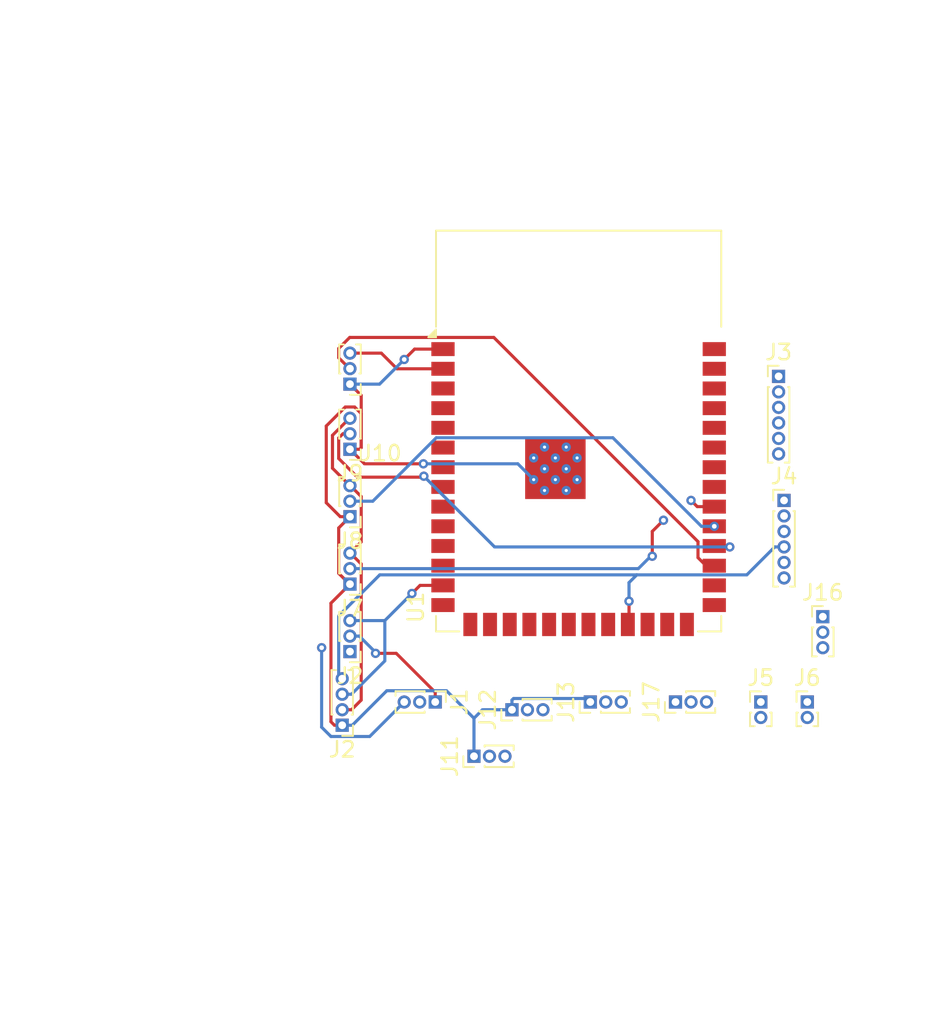
<source format=kicad_pcb>
(kicad_pcb (version 20241229) (generator "pcbnew") (generator_version "9.0")
  (layers (0 "F.Cu" signal) (2 "B.Cu" signal) (13 "F.Paste" user) (15 "B.Paste" user) (5 "F.SilkS" user "F.Silkscreen") (7 "B.SilkS" user "B.Silkscreen") (1 "F.Mask" user) (3 "B.Mask" user) (25 "Edge.Cuts" user))
  (net 0 "")
  (net 14 "Net-(J1-Pin_1)")
  (net 15 "Net-(J1-Pin_3)")
  (net 24 "Net-(J9-Pin_2)")
  (net 28 "Net-(J2-Pin_3)")
  (net 30 "Net-(J7-Pin_2)")
  (net 31 "Net-(J10-Pin_2)")
  (net 35 "Net-(J8-Pin_2)")
  (net 38 "Net-(J11-Pin_2)")
  (net 40 "Net-(J12-Pin_2)")
  (net 41 "Net-(J13-Pin_2)")
  (net 42 "Net-(J16-Pin_2)")
  (net 43 "Net-(J17-Pin_3)")
  (net 44 "Net-(J2-Pin_4)")
  (net 45 "Net-(J10-Pin_1)")
  (net 46 "Net-(J10-Pin_3)")
  (footprint "Connector_PinHeader_1.00mm:PinHeader_1x06_P1.00mm_Vertical" (layer "F.Cu") (at 144 85)
    (property "Reference" "J4" (at 0 -1.56 0) (layer "F.SilkS"))
    (property "Value" "Conn_01x06")
    (fp_line (start -0.695 -0.685) (end 0 -0.685) (stroke (width 0.12)) (layer "F.SilkS"))
    (fp_line (start -0.695 0) (end -0.695 -0.685) (stroke (width 0.12)) (layer "F.SilkS"))
    (fp_line (start -0.695 0.685) (end -0.695 5.56) (stroke (width 0.12)) (layer "F.SilkS"))
    (fp_line (start -0.695 0.685) (end -0.608276 0.685) (stroke (width 0.12)) (layer "F.SilkS"))
    (fp_line (start -0.695 5.56) (end -0.394493 5.56) (stroke (width 0.12)) (layer "F.SilkS"))
    (fp_line (start 0.394493 5.56) (end 0.695 5.56) (stroke (width 0.12)) (layer "F.SilkS"))
    (fp_line (start 0.608276 0.685) (end 0.695 0.685) (stroke (width 0.12)) (layer "F.SilkS"))
    (fp_line (start 0.695 0.685) (end 0.695 5.56) (stroke (width 0.12)) (layer "F.SilkS"))
    (pad "1" thru_hole rect (at 0 0) (size 0.85 0.85) (drill 0.5) (layers "*.Cu" "*.Mask"))
    (pad "2" thru_hole oval (at 0 1) (size 0.85 0.85) (drill 0.5) (layers "*.Cu" "*.Mask"))
    (pad "3" thru_hole oval (at 0 2) (size 0.85 0.85) (drill 0.5) (layers "*.Cu" "*.Mask") (net 28 "Net-(J2-Pin_3)"))
    (pad "4" thru_hole oval (at 0 3) (size 0.85 0.85) (drill 0.5) (layers "*.Cu" "*.Mask") (net 44 "Net-(J2-Pin_4)"))
    (pad "5" thru_hole oval (at 0 4) (size 0.85 0.85) (drill 0.5) (layers "*.Cu" "*.Mask") (net 46 "Net-(J10-Pin_3)"))
    (pad "6" thru_hole oval (at 0 5) (size 0.85 0.85) (drill 0.5) (layers "*.Cu" "*.Mask") (net 45 "Net-(J10-Pin_1)"))
  )
  (footprint "Connector_PinHeader_1.00mm:PinHeader_1x04_P1.00mm_Vertical" (layer "F.Cu") (at 115.5 99.5 180)
    (property "Reference" "J2" (at 0 -1.56 180) (layer "F.SilkS"))
    (property "Value" "Conn_01x04")
    (fp_line (start 0.695 0.685) (end 0.695 3.56) (stroke (width 0.12)) (layer "F.SilkS"))
    (fp_line (start 0.608276 0.685) (end 0.695 0.685) (stroke (width 0.12)) (layer "F.SilkS"))
    (fp_line (start 0.394493 3.56) (end 0.695 3.56) (stroke (width 0.12)) (layer "F.SilkS"))
    (fp_line (start -0.695 3.56) (end -0.394493 3.56) (stroke (width 0.12)) (layer "F.SilkS"))
    (fp_line (start -0.695 0.685) (end -0.608276 0.685) (stroke (width 0.12)) (layer "F.SilkS"))
    (fp_line (start -0.695 0.685) (end -0.695 3.56) (stroke (width 0.12)) (layer "F.SilkS"))
    (fp_line (start -0.695 0) (end -0.695 -0.685) (stroke (width 0.12)) (layer "F.SilkS"))
    (fp_line (start -0.695 -0.685) (end 0 -0.685) (stroke (width 0.12)) (layer "F.SilkS"))
    (pad "1" thru_hole rect (at 0 0 180) (size 0.85 0.85) (drill 0.5) (layers "*.Cu" "*.Mask") (net 45 "Net-(J10-Pin_1)"))
    (pad "2" thru_hole oval (at 0 1 180) (size 0.85 0.85) (drill 0.5) (layers "*.Cu" "*.Mask") (net 46 "Net-(J10-Pin_3)"))
    (pad "3" thru_hole oval (at 0 2 180) (size 0.85 0.85) (drill 0.5) (layers "*.Cu" "*.Mask") (net 28 "Net-(J2-Pin_3)"))
    (pad "4" thru_hole oval (at 0 3 180) (size 0.85 0.85) (drill 0.5) (layers "*.Cu" "*.Mask") (net 44 "Net-(J2-Pin_4)"))
  )
  (footprint "Connector_PinHeader_1.00mm:PinHeader_1x03_P1.00mm_Vertical" (layer "F.Cu") (at 124 101.5 90)
    (property "Reference" "J11" (at 0 -1.56 90) (layer "F.SilkS"))
    (property "Value" "Conn_01x03")
    (fp_line (start -0.695 -0.685) (end 0 -0.685) (stroke (width 0.12)) (layer "F.SilkS"))
    (fp_line (start -0.695 0) (end -0.695 -0.685) (stroke (width 0.12)) (layer "F.SilkS"))
    (fp_line (start 0.695 0.685) (end 0.695 2.56) (stroke (width 0.12)) (layer "F.SilkS"))
    (fp_line (start 0.608276 0.685) (end 0.695 0.685) (stroke (width 0.12)) (layer "F.SilkS"))
    (fp_line (start -0.695 0.685) (end -0.608276 0.685) (stroke (width 0.12)) (layer "F.SilkS"))
    (fp_line (start -0.695 0.685) (end -0.695 2.56) (stroke (width 0.12)) (layer "F.SilkS"))
    (fp_line (start 0.394493 2.56) (end 0.695 2.56) (stroke (width 0.12)) (layer "F.SilkS"))
    (fp_line (start -0.695 2.56) (end -0.394493 2.56) (stroke (width 0.12)) (layer "F.SilkS"))
    (pad "1" thru_hole rect (at 0 0 90) (size 0.85 0.85) (drill 0.5) (layers "*.Cu" "*.Mask") (net 45 "Net-(J10-Pin_1)"))
    (pad "2" thru_hole oval (at 0 1 90) (size 0.85 0.85) (drill 0.5) (layers "*.Cu" "*.Mask") (net 38 "Net-(J11-Pin_2)"))
    (pad "3" thru_hole oval (at 0 2 90) (size 0.85 0.85) (drill 0.5) (layers "*.Cu" "*.Mask") (net 46 "Net-(J10-Pin_3)"))
  )
  (footprint "Connector_PinHeader_1.00mm:PinHeader_1x03_P1.00mm_Vertical" (layer "F.Cu") (at 116 86.05 180)
    (property "Reference" "J8" (at 0 -1.56 0) (layer "F.SilkS"))
    (property "Value" "Conn_01x03")
    (fp_line (start 0.695 0.685) (end 0.695 2.56) (stroke (width 0.12)) (layer "F.SilkS"))
    (fp_line (start 0.608276 0.685) (end 0.695 0.685) (stroke (width 0.12)) (layer "F.SilkS"))
    (fp_line (start 0.394493 2.56) (end 0.695 2.56) (stroke (width 0.12)) (layer "F.SilkS"))
    (fp_line (start -0.695 2.56) (end -0.394493 2.56) (stroke (width 0.12)) (layer "F.SilkS"))
    (fp_line (start -0.695 0.685) (end -0.608276 0.685) (stroke (width 0.12)) (layer "F.SilkS"))
    (fp_line (start -0.695 0.685) (end -0.695 2.56) (stroke (width 0.12)) (layer "F.SilkS"))
    (fp_line (start -0.695 0) (end -0.695 -0.685) (stroke (width 0.12)) (layer "F.SilkS"))
    (fp_line (start -0.695 -0.685) (end 0 -0.685) (stroke (width 0.12)) (layer "F.SilkS"))
    (pad "1" thru_hole rect (at 0 0 180) (size 0.85 0.85) (drill 0.5) (layers "*.Cu" "*.Mask") (net 45 "Net-(J10-Pin_1)"))
    (pad "2" thru_hole oval (at 0 1 180) (size 0.85 0.85) (drill 0.5) (layers "*.Cu" "*.Mask") (net 35 "Net-(J8-Pin_2)"))
    (pad "3" thru_hole oval (at 0 2 180) (size 0.85 0.85) (drill 0.5) (layers "*.Cu" "*.Mask") (net 46 "Net-(J10-Pin_3)"))
  )
  (footprint "Connector_PinHeader_1.00mm:PinHeader_1x03_P1.00mm_Vertical" (layer "F.Cu") (at 131.5 98 90)
    (property "Reference" "J13" (at 0 -1.56 90) (layer "F.SilkS"))
    (property "Value" "Conn_01x03")
    (fp_line (start -0.695 -0.685) (end 0 -0.685) (stroke (width 0.12)) (layer "F.SilkS"))
    (fp_line (start -0.695 0) (end -0.695 -0.685) (stroke (width 0.12)) (layer "F.SilkS"))
    (fp_line (start 0.695 0.685) (end 0.695 2.56) (stroke (width 0.12)) (layer "F.SilkS"))
    (fp_line (start 0.608276 0.685) (end 0.695 0.685) (stroke (width 0.12)) (layer "F.SilkS"))
    (fp_line (start -0.695 0.685) (end -0.608276 0.685) (stroke (width 0.12)) (layer "F.SilkS"))
    (fp_line (start -0.695 0.685) (end -0.695 2.56) (stroke (width 0.12)) (layer "F.SilkS"))
    (fp_line (start 0.394493 2.56) (end 0.695 2.56) (stroke (width 0.12)) (layer "F.SilkS"))
    (fp_line (start -0.695 2.56) (end -0.394493 2.56) (stroke (width 0.12)) (layer "F.SilkS"))
    (pad "1" thru_hole rect (at 0 0 90) (size 0.85 0.85) (drill 0.5) (layers "*.Cu" "*.Mask") (net 45 "Net-(J10-Pin_1)"))
    (pad "2" thru_hole oval (at 0 1 90) (size 0.85 0.85) (drill 0.5) (layers "*.Cu" "*.Mask") (net 41 "Net-(J13-Pin_2)"))
    (pad "3" thru_hole oval (at 0 2 90) (size 0.85 0.85) (drill 0.5) (layers "*.Cu" "*.Mask") (net 46 "Net-(J10-Pin_3)"))
  )
  (footprint "Connector_PinHeader_1.00mm:PinHeader_1x03_P1.00mm_Vertical" (layer "F.Cu") (at 137 98 90)
    (property "Reference" "J17" (at 0 -1.56 90) (layer "F.SilkS"))
    (property "Value" "Conn_01x03")
    (fp_line (start -0.695 -0.685) (end 0 -0.685) (stroke (width 0.12)) (layer "F.SilkS"))
    (fp_line (start -0.695 0) (end -0.695 -0.685) (stroke (width 0.12)) (layer "F.SilkS"))
    (fp_line (start 0.695 0.685) (end 0.695 2.56) (stroke (width 0.12)) (layer "F.SilkS"))
    (fp_line (start 0.608276 0.685) (end 0.695 0.685) (stroke (width 0.12)) (layer "F.SilkS"))
    (fp_line (start -0.695 0.685) (end -0.608276 0.685) (stroke (width 0.12)) (layer "F.SilkS"))
    (fp_line (start -0.695 0.685) (end -0.695 2.56) (stroke (width 0.12)) (layer "F.SilkS"))
    (fp_line (start 0.394493 2.56) (end 0.695 2.56) (stroke (width 0.12)) (layer "F.SilkS"))
    (fp_line (start -0.695 2.56) (end -0.394493 2.56) (stroke (width 0.12)) (layer "F.SilkS"))
    (pad "1" thru_hole rect (at 0 0 90) (size 0.85 0.85) (drill 0.5) (layers "*.Cu" "*.Mask") (net 46 "Net-(J10-Pin_3)"))
    (pad "2" thru_hole oval (at 0 1 90) (size 0.85 0.85) (drill 0.5) (layers "*.Cu" "*.Mask") (net 45 "Net-(J10-Pin_1)"))
    (pad "3" thru_hole oval (at 0 2 90) (size 0.85 0.85) (drill 0.5) (layers "*.Cu" "*.Mask") (net 43 "Net-(J17-Pin_3)"))
  )
  (footprint "Connector_PinHeader_1.00mm:PinHeader_1x03_P1.00mm_Vertical" (layer "F.Cu") (at 116 90.4 180)
    (property "Reference" "J7" (at 0 -1.56 0) (layer "F.SilkS"))
    (property "Value" "Conn_01x03")
    (fp_line (start 0.695 0.685) (end 0.695 2.56) (stroke (width 0.12)) (layer "F.SilkS"))
    (fp_line (start 0.608276 0.685) (end 0.695 0.685) (stroke (width 0.12)) (layer "F.SilkS"))
    (fp_line (start 0.394493 2.56) (end 0.695 2.56) (stroke (width 0.12)) (layer "F.SilkS"))
    (fp_line (start -0.695 2.56) (end -0.394493 2.56) (stroke (width 0.12)) (layer "F.SilkS"))
    (fp_line (start -0.695 0.685) (end -0.608276 0.685) (stroke (width 0.12)) (layer "F.SilkS"))
    (fp_line (start -0.695 0.685) (end -0.695 2.56) (stroke (width 0.12)) (layer "F.SilkS"))
    (fp_line (start -0.695 0) (end -0.695 -0.685) (stroke (width 0.12)) (layer "F.SilkS"))
    (fp_line (start -0.695 -0.685) (end 0 -0.685) (stroke (width 0.12)) (layer "F.SilkS"))
    (pad "1" thru_hole rect (at 0 0 180) (size 0.85 0.85) (drill 0.5) (layers "*.Cu" "*.Mask") (net 45 "Net-(J10-Pin_1)"))
    (pad "2" thru_hole oval (at 0 1 180) (size 0.85 0.85) (drill 0.5) (layers "*.Cu" "*.Mask") (net 30 "Net-(J7-Pin_2)"))
    (pad "3" thru_hole oval (at 0 2 180) (size 0.85 0.85) (drill 0.5) (layers "*.Cu" "*.Mask") (net 46 "Net-(J10-Pin_3)"))
  )
  (footprint "Connector_PinHeader_1.00mm:PinHeader_1x03_P1.00mm_Vertical" (layer "F.Cu") (at 121.5 98 -90)
    (property "Reference" "J1" (at 0 -1.56 90) (layer "F.SilkS"))
    (property "Value" "Conn_01x03")
    (fp_line (start -0.695 2.56) (end -0.394493 2.56) (stroke (width 0.12)) (layer "F.SilkS"))
    (fp_line (start 0.394493 2.56) (end 0.695 2.56) (stroke (width 0.12)) (layer "F.SilkS"))
    (fp_line (start -0.695 0.685) (end -0.695 2.56) (stroke (width 0.12)) (layer "F.SilkS"))
    (fp_line (start -0.695 0.685) (end -0.608276 0.685) (stroke (width 0.12)) (layer "F.SilkS"))
    (fp_line (start 0.608276 0.685) (end 0.695 0.685) (stroke (width 0.12)) (layer "F.SilkS"))
    (fp_line (start 0.695 0.685) (end 0.695 2.56) (stroke (width 0.12)) (layer "F.SilkS"))
    (fp_line (start -0.695 0) (end -0.695 -0.685) (stroke (width 0.12)) (layer "F.SilkS"))
    (fp_line (start -0.695 -0.685) (end 0 -0.685) (stroke (width 0.12)) (layer "F.SilkS"))
    (pad "1" thru_hole rect (at 0 0 270) (size 0.85 0.85) (drill 0.5) (layers "*.Cu" "*.Mask") (net 14 "Net-(J1-Pin_1)"))
    (pad "2" thru_hole oval (at 0 1 270) (size 0.85 0.85) (drill 0.5) (layers "*.Cu" "*.Mask"))
    (pad "3" thru_hole oval (at 0 2 270) (size 0.85 0.85) (drill 0.5) (layers "*.Cu" "*.Mask") (net 15 "Net-(J1-Pin_3)"))
  )
  (footprint "RF_Module:ESP32-S3-WROOM-1" (layer "F.Cu") (at 130.75 80.5)
    (property "Reference" "U1" (at -10.5 11.4 90) (layer "F.SilkS"))
    (property "Value" "ESP32-S3-WROOM-1")
    (fp_line (start -9.2 -12.9) (end -9.2 -6.7) (stroke (width 0.12)) (layer "F.SilkS"))
    (fp_line (start -9.2 -12.9) (end 9.2 -12.9) (stroke (width 0.12)) (layer "F.SilkS"))
    (fp_line (start -9.2 11.95) (end -9.2 12.95) (stroke (width 0.12)) (layer "F.SilkS"))
    (fp_line (start -9.2 12.95) (end -7.7 12.95) (stroke (width 0.12)) (layer "F.SilkS"))
    (fp_line (start 9.2 -12.9) (end 9.2 -6.7) (stroke (width 0.12)) (layer "F.SilkS"))
    (fp_line (start 9.2 12.95) (end 7.7 12.95) (stroke (width 0.12)) (layer "F.SilkS"))
    (fp_line (start 9.2 12.95) (end 9.2 11.95) (stroke (width 0.12)) (layer "F.SilkS"))
    (fp_poly (pts (xy -9.2 -6.025) (xy -9.7 -6.025) (xy -9.2 -6.525) (xy -9.2 -6.025)) (stroke (width 0.12)) (fill yes) (layer "F.SilkS"))
    (pad "1" smd rect (at -8.75 -5.26) (size 1.5 0.9) (layers "F.Cu" "F.Mask" "F.Paste") (net 45 "Net-(J10-Pin_1)"))
    (pad "2" smd rect (at -8.75 -3.99) (size 1.5 0.9) (layers "F.Cu" "F.Mask" "F.Paste") (net 46 "Net-(J10-Pin_3)"))
    (pad "3" smd rect (at -8.75 -2.72) (size 1.5 0.9) (layers "F.Cu" "F.Mask" "F.Paste"))
    (pad "4" smd rect (at -8.75 -1.45) (size 1.5 0.9) (layers "F.Cu" "F.Mask" "F.Paste"))
    (pad "5" smd rect (at -8.75 -0.18) (size 1.5 0.9) (layers "F.Cu" "F.Mask" "F.Paste"))
    (pad "6" smd rect (at -8.75 1.09) (size 1.5 0.9) (layers "F.Cu" "F.Mask" "F.Paste"))
    (pad "7" smd rect (at -8.75 2.36) (size 1.5 0.9) (layers "F.Cu" "F.Mask" "F.Paste"))
    (pad "8" smd rect (at -8.75 3.63) (size 1.5 0.9) (layers "F.Cu" "F.Mask" "F.Paste") (net 42 "Net-(J16-Pin_2)"))
    (pad "9" smd rect (at -8.75 4.9) (size 1.5 0.9) (layers "F.Cu" "F.Mask" "F.Paste"))
    (pad "10" smd rect (at -8.75 6.17) (size 1.5 0.9) (layers "F.Cu" "F.Mask" "F.Paste"))
    (pad "11" smd rect (at -8.75 7.44) (size 1.5 0.9) (layers "F.Cu" "F.Mask" "F.Paste"))
    (pad "12" smd rect (at -8.75 8.71) (size 1.5 0.9) (layers "F.Cu" "F.Mask" "F.Paste"))
    (pad "13" smd rect (at -8.75 9.98) (size 1.5 0.9) (layers "F.Cu" "F.Mask" "F.Paste") (net 28 "Net-(J2-Pin_3)"))
    (pad "14" smd rect (at -8.75 11.25 180) (size 1.5 0.9) (layers "F.Cu" "F.Mask" "F.Paste"))
    (pad "15" smd rect (at -6.985 12.5 270) (size 1.5 0.9) (layers "F.Cu" "F.Mask" "F.Paste"))
    (pad "16" smd rect (at -5.715 12.5 270) (size 1.5 0.9) (layers "F.Cu" "F.Mask" "F.Paste"))
    (pad "17" smd rect (at -4.445 12.5 270) (size 1.5 0.9) (layers "F.Cu" "F.Mask" "F.Paste"))
    (pad "18" smd rect (at -3.175 12.5 270) (size 1.5 0.9) (layers "F.Cu" "F.Mask" "F.Paste") (net 38 "Net-(J11-Pin_2)"))
    (pad "19" smd rect (at -1.905 12.5 270) (size 1.5 0.9) (layers "F.Cu" "F.Mask" "F.Paste") (net 40 "Net-(J12-Pin_2)"))
    (pad "20" smd rect (at -0.635 12.5 270) (size 1.5 0.9) (layers "F.Cu" "F.Mask" "F.Paste"))
    (pad "21" smd rect (at 0.635 12.5 270) (size 1.5 0.9) (layers "F.Cu" "F.Mask" "F.Paste"))
    (pad "22" smd rect (at 1.905 12.5 270) (size 1.5 0.9) (layers "F.Cu" "F.Mask" "F.Paste") (net 41 "Net-(J13-Pin_2)"))
    (pad "23" smd rect (at 3.175 12.5 270) (size 1.5 0.9) (layers "F.Cu" "F.Mask" "F.Paste") (net 44 "Net-(J2-Pin_4)"))
    (pad "24" smd rect (at 4.445 12.5 270) (size 1.5 0.9) (layers "F.Cu" "F.Mask" "F.Paste"))
    (pad "25" smd rect (at 5.715 12.5 270) (size 1.5 0.9) (layers "F.Cu" "F.Mask" "F.Paste") (net 43 "Net-(J17-Pin_3)"))
    (pad "26" smd rect (at 6.985 12.5 270) (size 1.5 0.9) (layers "F.Cu" "F.Mask" "F.Paste"))
    (pad "27" smd rect (at 8.75 11.25) (size 1.5 0.9) (layers "F.Cu" "F.Mask" "F.Paste"))
    (pad "28" smd rect (at 8.75 9.98) (size 1.5 0.9) (layers "F.Cu" "F.Mask" "F.Paste"))
    (pad "29" smd rect (at 8.75 8.71) (size 1.5 0.9) (layers "F.Cu" "F.Mask" "F.Paste") (net 31 "Net-(J10-Pin_2)"))
    (pad "30" smd rect (at 8.75 7.44) (size 1.5 0.9) (layers "F.Cu" "F.Mask" "F.Paste") (net 24 "Net-(J9-Pin_2)"))
    (pad "31" smd rect (at 8.75 6.17) (size 1.5 0.9) (layers "F.Cu" "F.Mask" "F.Paste") (net 35 "Net-(J8-Pin_2)"))
    (pad "32" smd rect (at 8.75 4.9) (size 1.5 0.9) (layers "F.Cu" "F.Mask" "F.Paste") (net 30 "Net-(J7-Pin_2)"))
    (pad "33" smd rect (at 8.75 3.63) (size 1.5 0.9) (layers "F.Cu" "F.Mask" "F.Paste"))
    (pad "34" smd rect (at 8.75 2.36) (size 1.5 0.9) (layers "F.Cu" "F.Mask" "F.Paste"))
    (pad "35" smd rect (at 8.75 1.09) (size 1.5 0.9) (layers "F.Cu" "F.Mask" "F.Paste"))
    (pad "36" smd rect (at 8.75 -0.18) (size 1.5 0.9) (layers "F.Cu" "F.Mask" "F.Paste"))
    (pad "37" smd rect (at 8.75 -1.45) (size 1.5 0.9) (layers "F.Cu" "F.Mask" "F.Paste"))
    (pad "38" smd rect (at 8.75 -2.72) (size 1.5 0.9) (layers "F.Cu" "F.Mask" "F.Paste"))
    (pad "39" smd rect (at 8.75 -3.99) (size 1.5 0.9) (layers "F.Cu" "F.Mask" "F.Paste"))
    (pad "40" smd rect (at 8.75 -5.26) (size 1.5 0.9) (layers "F.Cu" "F.Mask" "F.Paste") (net 45 "Net-(J10-Pin_1)"))
    (pad "41" thru_hole circle (at -2.9 1.76 90) (size 0.6 0.6) (drill 0.2) (property pad_prop_heatsink) (layers "*.Cu" "F.Mask") (net 45 "Net-(J10-Pin_1)"))
    (pad "41" thru_hole circle (at -2.9 3.16) (size 0.6 0.6) (drill 0.2) (property pad_prop_heatsink) (layers "*.Cu" "F.Mask") (net 45 "Net-(J10-Pin_1)"))
    (pad "41" thru_hole circle (at -2.2 1.06) (size 0.6 0.6) (drill 0.2) (property pad_prop_heatsink) (layers "*.Cu" "F.Mask") (net 45 "Net-(J10-Pin_1)"))
    (pad "41" thru_hole circle (at -2.2 2.46) (size 0.6 0.6) (drill 0.2) (property pad_prop_heatsink) (layers "*.Cu" "F.Mask") (net 45 "Net-(J10-Pin_1)"))
    (pad "41" thru_hole circle (at -2.2 3.86) (size 0.6 0.6) (drill 0.2) (property pad_prop_heatsink) (layers "*.Cu" "F.Mask") (net 45 "Net-(J10-Pin_1)"))
    (pad "41" thru_hole circle (at -1.5 1.76) (size 0.6 0.6) (drill 0.2) (property pad_prop_heatsink) (layers "*.Cu" "F.Mask") (net 45 "Net-(J10-Pin_1)"))
    (pad "41" smd rect (at -1.5 2.46 270) (size 3.9 3.9) (property pad_prop_heatsink) (layers "F.Cu" "F.Mask") (net 45 "Net-(J10-Pin_1)"))
    (pad "41" thru_hole circle (at -1.5 3.16) (size 0.6 0.6) (drill 0.2) (property pad_prop_heatsink) (layers "*.Cu" "F.Mask") (net 45 "Net-(J10-Pin_1)"))
    (pad "41" thru_hole circle (at -0.8 1.06) (size 0.6 0.6) (drill 0.2) (property pad_prop_heatsink) (layers "*.Cu" "F.Mask") (net 45 "Net-(J10-Pin_1)"))
    (pad "41" thru_hole circle (at -0.8 2.46) (size 0.6 0.6) (drill 0.2) (property pad_prop_heatsink) (layers "*.Cu" "F.Mask") (net 45 "Net-(J10-Pin_1)"))
    (pad "41" thru_hole circle (at -0.8 3.86) (size 0.6 0.6) (drill 0.2) (property pad_prop_heatsink) (layers "*.Cu" "F.Mask") (net 45 "Net-(J10-Pin_1)"))
    (pad "41" thru_hole circle (at -0.1 1.76) (size 0.6 0.6) (drill 0.2) (property pad_prop_heatsink) (layers "*.Cu" "F.Mask") (net 45 "Net-(J10-Pin_1)"))
    (pad "41" thru_hole circle (at -0.1 3.16) (size 0.6 0.6) (drill 0.2) (property pad_prop_heatsink) (layers "*.Cu" "F.Mask") (net 45 "Net-(J10-Pin_1)"))
  )
  (footprint "Connector_PinHeader_1.00mm:PinHeader_1x03_P1.00mm_Vertical" (layer "F.Cu") (at 116 94.75 180)
    (property "Reference" "J2" (at 0 -1.56 0) (layer "F.SilkS"))
    (property "Value" "Conn_01x04")
    (fp_line (start 0.695 0.685) (end 0.695 2.56) (stroke (width 0.12)) (layer "F.SilkS"))
    (fp_line (start 0.608276 0.685) (end 0.695 0.685) (stroke (width 0.12)) (layer "F.SilkS"))
    (fp_line (start 0.394493 2.56) (end 0.695 2.56) (stroke (width 0.12)) (layer "F.SilkS"))
    (fp_line (start -0.695 2.56) (end -0.394493 2.56) (stroke (width 0.12)) (layer "F.SilkS"))
    (fp_line (start -0.695 0.685) (end -0.608276 0.685) (stroke (width 0.12)) (layer "F.SilkS"))
    (fp_line (start -0.695 0.685) (end -0.695 2.56) (stroke (width 0.12)) (layer "F.SilkS"))
    (fp_line (start -0.695 0) (end -0.695 -0.685) (stroke (width 0.12)) (layer "F.SilkS"))
    (fp_line (start -0.695 -0.685) (end 0 -0.685) (stroke (width 0.12)) (layer "F.SilkS"))
    (pad "1" thru_hole rect (at 0 0 180) (size 0.85 0.85) (drill 0.5) (layers "*.Cu" "*.Mask") (net 15 "Net-(J1-Pin_3)"))
    (pad "2" thru_hole oval (at 0 1 180) (size 0.85 0.85) (drill 0.5) (layers "*.Cu" "*.Mask") (net 14 "Net-(J1-Pin_1)"))
    (pad "3" thru_hole oval (at 0 2 180) (size 0.85 0.85) (drill 0.5) (layers "*.Cu" "*.Mask") (net 28 "Net-(J2-Pin_3)"))
  )
  (footprint "Connector_PinHeader_1.00mm:PinHeader_1x03_P1.00mm_Vertical" (layer "F.Cu") (at 126.45 98.5 90)
    (property "Reference" "J12" (at 0 -1.56 90) (layer "F.SilkS"))
    (property "Value" "Conn_01x03" (hide yes))
    (fp_line (start -0.695 -0.685) (end 0 -0.685) (stroke (width 0.12)) (layer "F.SilkS"))
    (fp_line (start -0.695 0) (end -0.695 -0.685) (stroke (width 0.12)) (layer "F.SilkS"))
    (fp_line (start 0.695 0.685) (end 0.695 2.56) (stroke (width 0.12)) (layer "F.SilkS"))
    (fp_line (start 0.608276 0.685) (end 0.695 0.685) (stroke (width 0.12)) (layer "F.SilkS"))
    (fp_line (start -0.695 0.685) (end -0.608276 0.685) (stroke (width 0.12)) (layer "F.SilkS"))
    (fp_line (start -0.695 0.685) (end -0.695 2.56) (stroke (width 0.12)) (layer "F.SilkS"))
    (fp_line (start 0.394493 2.56) (end 0.695 2.56) (stroke (width 0.12)) (layer "F.SilkS"))
    (fp_line (start -0.695 2.56) (end -0.394493 2.56) (stroke (width 0.12)) (layer "F.SilkS"))
    (pad "1" thru_hole rect (at 0 0 90) (size 0.85 0.85) (drill 0.5) (layers "*.Cu" "*.Mask") (net 45 "Net-(J10-Pin_1)"))
    (pad "2" thru_hole oval (at 0 1 90) (size 0.85 0.85) (drill 0.5) (layers "*.Cu" "*.Mask") (net 40 "Net-(J12-Pin_2)"))
    (pad "3" thru_hole oval (at 0 2 90) (size 0.85 0.85) (drill 0.5) (layers "*.Cu" "*.Mask") (net 46 "Net-(J10-Pin_3)"))
  )
  (footprint "Connector_PinHeader_1.00mm:PinHeader_1x03_P1.00mm_Vertical" (layer "F.Cu") (at 116 81.7 180)
    (property "Reference" "J9" (at 0 -1.56 0) (layer "F.SilkS"))
    (property "Value" "Conn_01x03")
    (fp_line (start 0.695 0.685) (end 0.695 2.56) (stroke (width 0.12)) (layer "F.SilkS"))
    (fp_line (start 0.608276 0.685) (end 0.695 0.685) (stroke (width 0.12)) (layer "F.SilkS"))
    (fp_line (start 0.394493 2.56) (end 0.695 2.56) (stroke (width 0.12)) (layer "F.SilkS"))
    (fp_line (start -0.695 2.56) (end -0.394493 2.56) (stroke (width 0.12)) (layer "F.SilkS"))
    (fp_line (start -0.695 0.685) (end -0.608276 0.685) (stroke (width 0.12)) (layer "F.SilkS"))
    (fp_line (start -0.695 0.685) (end -0.695 2.56) (stroke (width 0.12)) (layer "F.SilkS"))
    (fp_line (start -0.695 0) (end -0.695 -0.685) (stroke (width 0.12)) (layer "F.SilkS"))
    (fp_line (start -0.695 -0.685) (end 0 -0.685) (stroke (width 0.12)) (layer "F.SilkS"))
    (pad "1" thru_hole rect (at 0 0 180) (size 0.85 0.85) (drill 0.5) (layers "*.Cu" "*.Mask") (net 45 "Net-(J10-Pin_1)"))
    (pad "2" thru_hole oval (at 0 1 180) (size 0.85 0.85) (drill 0.5) (layers "*.Cu" "*.Mask") (net 24 "Net-(J9-Pin_2)"))
    (pad "3" thru_hole oval (at 0 2 180) (size 0.85 0.85) (drill 0.5) (layers "*.Cu" "*.Mask") (net 46 "Net-(J10-Pin_3)"))
  )
  (footprint "Connector_PinHeader_1.00mm:PinHeader_1x03_P1.00mm_Vertical" (layer "F.Cu") (at 146.5 92.5)
    (property "Reference" "J16" (at 0 -1.56 0) (layer "F.SilkS"))
    (property "Value" "Conn_01x03")
    (fp_line (start -0.695 -0.685) (end 0 -0.685) (stroke (width 0.12)) (layer "F.SilkS"))
    (fp_line (start -0.695 0) (end -0.695 -0.685) (stroke (width 0.12)) (layer "F.SilkS"))
    (fp_line (start -0.695 0.685) (end -0.695 2.56) (stroke (width 0.12)) (layer "F.SilkS"))
    (fp_line (start -0.695 0.685) (end -0.608276 0.685) (stroke (width 0.12)) (layer "F.SilkS"))
    (fp_line (start -0.695 2.56) (end -0.394493 2.56) (stroke (width 0.12)) (layer "F.SilkS"))
    (fp_line (start 0.394493 2.56) (end 0.695 2.56) (stroke (width 0.12)) (layer "F.SilkS"))
    (fp_line (start 0.608276 0.685) (end 0.695 0.685) (stroke (width 0.12)) (layer "F.SilkS"))
    (fp_line (start 0.695 0.685) (end 0.695 2.56) (stroke (width 0.12)) (layer "F.SilkS"))
    (pad "1" thru_hole rect (at 0 0) (size 0.85 0.85) (drill 0.5) (layers "*.Cu" "*.Mask") (net 45 "Net-(J10-Pin_1)"))
    (pad "2" thru_hole oval (at 0 1) (size 0.85 0.85) (drill 0.5) (layers "*.Cu" "*.Mask") (net 42 "Net-(J16-Pin_2)"))
    (pad "3" thru_hole oval (at 0 2) (size 0.85 0.85) (drill 0.5) (layers "*.Cu" "*.Mask") (net 46 "Net-(J10-Pin_3)"))
  )
  (footprint "Connector_PinHeader_1.00mm:PinHeader_1x06_P1.00mm_Vertical" (layer "F.Cu") (at 143.65 77)
    (property "Reference" "J3" (at 0 -1.56 0) (layer "F.SilkS"))
    (property "Value" "Conn_01x06")
    (fp_line (start -0.695 -0.685) (end 0 -0.685) (stroke (width 0.12)) (layer "F.SilkS"))
    (fp_line (start -0.695 0) (end -0.695 -0.685) (stroke (width 0.12)) (layer "F.SilkS"))
    (fp_line (start -0.695 0.685) (end -0.695 5.56) (stroke (width 0.12)) (layer "F.SilkS"))
    (fp_line (start -0.695 0.685) (end -0.608276 0.685) (stroke (width 0.12)) (layer "F.SilkS"))
    (fp_line (start -0.695 5.56) (end -0.394493 5.56) (stroke (width 0.12)) (layer "F.SilkS"))
    (fp_line (start 0.394493 5.56) (end 0.695 5.56) (stroke (width 0.12)) (layer "F.SilkS"))
    (fp_line (start 0.608276 0.685) (end 0.695 0.685) (stroke (width 0.12)) (layer "F.SilkS"))
    (fp_line (start 0.695 0.685) (end 0.695 5.56) (stroke (width 0.12)) (layer "F.SilkS"))
    (pad "1" thru_hole rect (at 0 0) (size 0.85 0.85) (drill 0.5) (layers "*.Cu" "*.Mask") (net 46 "Net-(J10-Pin_3)"))
    (pad "2" thru_hole oval (at 0 1) (size 0.85 0.85) (drill 0.5) (layers "*.Cu" "*.Mask") (net 45 "Net-(J10-Pin_1)"))
    (pad "3" thru_hole oval (at 0 2) (size 0.85 0.85) (drill 0.5) (layers "*.Cu" "*.Mask") (net 28 "Net-(J2-Pin_3)"))
    (pad "4" thru_hole oval (at 0 3) (size 0.85 0.85) (drill 0.5) (layers "*.Cu" "*.Mask") (net 44 "Net-(J2-Pin_4)"))
    (pad "5" thru_hole oval (at 0 4) (size 0.85 0.85) (drill 0.5) (layers "*.Cu" "*.Mask"))
    (pad "6" thru_hole oval (at 0 5) (size 0.85 0.85) (drill 0.5) (layers "*.Cu" "*.Mask"))
  )
  (footprint "Connector_PinHeader_1.00mm:PinHeader_1x02_P1.00mm_Vertical" (layer "F.Cu") (at 142.5 98)
    (property "Reference" "J5" (at 0 -1.56 0) (layer "F.SilkS"))
    (property "Value" "Conn_01x02")
    (fp_line (start -0.695 -0.685) (end 0 -0.685) (stroke (width 0.12)) (layer "F.SilkS"))
    (fp_line (start -0.695 0) (end -0.695 -0.685) (stroke (width 0.12)) (layer "F.SilkS"))
    (fp_line (start -0.695 0.685) (end -0.695 1.56) (stroke (width 0.12)) (layer "F.SilkS"))
    (fp_line (start -0.695 0.685) (end -0.608276 0.685) (stroke (width 0.12)) (layer "F.SilkS"))
    (fp_line (start -0.695 1.56) (end -0.394493 1.56) (stroke (width 0.12)) (layer "F.SilkS"))
    (fp_line (start 0.394493 1.56) (end 0.695 1.56) (stroke (width 0.12)) (layer "F.SilkS"))
    (fp_line (start 0.608276 0.685) (end 0.695 0.685) (stroke (width 0.12)) (layer "F.SilkS"))
    (fp_line (start 0.695 0.685) (end 0.695 1.56) (stroke (width 0.12)) (layer "F.SilkS"))
    (pad "1" thru_hole rect (at 0 0) (size 0.85 0.85) (drill 0.5) (layers "*.Cu" "*.Mask") (net 45 "Net-(J10-Pin_1)"))
    (pad "2" thru_hole oval (at 0 1) (size 0.85 0.85) (drill 0.5) (layers "*.Cu" "*.Mask") (net 46 "Net-(J10-Pin_3)"))
  )
  (footprint "Connector_PinHeader_1.00mm:PinHeader_1x03_P1.00mm_Vertical" (layer "F.Cu") (at 116 77.5 180)
    (property "Reference" "J10" (at -2 -4.46 0) (layer "F.SilkS"))
    (property "Value" "Conn_01x03")
    (fp_line (start 0.695 0.685) (end 0.695 2.56) (stroke (width 0.12)) (layer "F.SilkS"))
    (fp_line (start 0.608276 0.685) (end 0.695 0.685) (stroke (width 0.12)) (layer "F.SilkS"))
    (fp_line (start 0.394493 2.56) (end 0.695 2.56) (stroke (width 0.12)) (layer "F.SilkS"))
    (fp_line (start -0.695 2.56) (end -0.394493 2.56) (stroke (width 0.12)) (layer "F.SilkS"))
    (fp_line (start -0.695 0.685) (end -0.608276 0.685) (stroke (width 0.12)) (layer "F.SilkS"))
    (fp_line (start -0.695 0.685) (end -0.695 2.56) (stroke (width 0.12)) (layer "F.SilkS"))
    (fp_line (start -0.695 0) (end -0.695 -0.685) (stroke (width 0.12)) (layer "F.SilkS"))
    (fp_line (start -0.695 -0.685) (end 0 -0.685) (stroke (width 0.12)) (layer "F.SilkS"))
    (pad "1" thru_hole rect (at 0 0 180) (size 0.85 0.85) (drill 0.5) (layers "*.Cu" "*.Mask") (net 45 "Net-(J10-Pin_1)"))
    (pad "2" thru_hole oval (at 0 1 180) (size 0.85 0.85) (drill 0.5) (layers "*.Cu" "*.Mask") (net 31 "Net-(J10-Pin_2)"))
    (pad "3" thru_hole oval (at 0 2 180) (size 0.85 0.85) (drill 0.5) (layers "*.Cu" "*.Mask") (net 46 "Net-(J10-Pin_3)"))
  )
  (footprint "Connector_PinHeader_1.00mm:PinHeader_1x02_P1.00mm_Vertical" (layer "F.Cu") (at 145.5 98)
    (property "Reference" "J6" (at 0 -1.56 0) (layer "F.SilkS"))
    (property "Value" "Conn_01x02")
    (fp_line (start -0.695 -0.685) (end 0 -0.685) (stroke (width 0.12)) (layer "F.SilkS"))
    (fp_line (start -0.695 0) (end -0.695 -0.685) (stroke (width 0.12)) (layer "F.SilkS"))
    (fp_line (start -0.695 0.685) (end -0.695 1.56) (stroke (width 0.12)) (layer "F.SilkS"))
    (fp_line (start -0.695 0.685) (end -0.608276 0.685) (stroke (width 0.12)) (layer "F.SilkS"))
    (fp_line (start -0.695 1.56) (end -0.394493 1.56) (stroke (width 0.12)) (layer "F.SilkS"))
    (fp_line (start 0.394493 1.56) (end 0.695 1.56) (stroke (width 0.12)) (layer "F.SilkS"))
    (fp_line (start 0.608276 0.685) (end 0.695 0.685) (stroke (width 0.12)) (layer "F.SilkS"))
    (fp_line (start 0.695 0.685) (end 0.695 1.56) (stroke (width 0.12)) (layer "F.SilkS"))
    (pad "1" thru_hole rect (at 0 0) (size 0.85 0.85) (drill 0.5) (layers "*.Cu" "*.Mask") (net 45 "Net-(J10-Pin_1)"))
    (pad "2" thru_hole oval (at 0 1) (size 0.85 0.85) (drill 0.5) (layers "*.Cu" "*.Mask") (net 46 "Net-(J10-Pin_3)"))
  )
  (segment (start 121.5 97.375) (end 121.5 98) (width 0.2) (layer "F.Cu") (net 14))
  (segment (start 118.987311 94.862311) (end 121.5 97.375) (width 0.2) (layer "F.Cu") (net 14))
  (segment (start 117.65 94.862311) (end 118.987311 94.862311) (width 0.2) (layer "F.Cu") (net 14))
  (via (at 117.65 94.862311) (size 0.6) (drill 0.3) (layers "F.Cu" "B.Cu") (net 14))
  (segment (start 116 93.75) (end 116.60104 93.75) (width 0.2) (layer "B.Cu") (net 14))
  (segment (start 116.60104 93.75) (end 117.65 94.79896) (width 0.2) (layer "B.Cu") (net 14))
  (segment (start 117.65 94.79896) (end 117.65 94.862311) (width 0.2) (layer "B.Cu") (net 14))
  (via (at 114.174 94.5) (size 0.6) (drill 0.3) (layers "F.Cu" "B.Cu") (net 15))
  (segment (start 119.5 98) (end 117.274 100.226) (width 0.2) (layer "B.Cu") (net 15))
  (segment (start 117.274 100.226) (end 114.774 100.226) (width 0.2) (layer "B.Cu") (net 15))
  (segment (start 114.774 100.226) (end 114.174 99.626) (width 0.2) (layer "B.Cu") (net 15))
  (segment (start 114.174 99.626) (end 114.174 94.5) (width 0.2) (layer "B.Cu") (net 15))
  (segment (start 140.44 87.94) (end 140.5 88) (width 0.2) (layer "F.Cu") (net 24))
  (segment (start 116.47672 83.5) (end 120.5 83.5) (width 0.2) (layer "F.Cu") (net 24))
  (segment (start 115.548 80.7) (end 115.274 80.974) (width 0.2) (layer "F.Cu") (net 24))
  (segment (start 139.5 87.94) (end 140.44 87.94) (width 0.2) (layer "F.Cu") (net 24))
  (segment (start 120.704311 83.5) (end 120.766587 83.437724) (width 0.2) (layer "F.Cu") (net 24))
  (segment (start 115.274 82.29728) (end 116.47672 83.5) (width 0.2) (layer "F.Cu") (net 24))
  (segment (start 115.274 80.974) (end 115.274 82.29728) (width 0.2) (layer "F.Cu") (net 24))
  (segment (start 120.5 83.5) (end 120.704311 83.5) (width 0.2) (layer "F.Cu") (net 24))
  (segment (start 116 80.7) (end 115.548 80.7) (width 0.2) (layer "F.Cu") (net 24))
  (via (at 140.5 88) (size 0.6) (drill 0.3) (layers "F.Cu" "B.Cu") (net 24))
  (via (at 120.766587 83.437724) (size 0.6) (drill 0.3) (layers "F.Cu" "B.Cu") (net 24))
  (segment (start 120.766587 83.437724) (end 125.328863 88) (width 0.2) (layer "B.Cu") (net 24))
  (segment (start 125.328863 88) (end 140.5 88) (width 0.2) (layer "B.Cu") (net 24))
  (segment (start 122 90.48) (end 120.52 90.48) (width 0.2) (layer "F.Cu") (net 28))
  (segment (start 120.52 90.48) (end 120 91) (width 0.2) (layer "F.Cu") (net 28))
  (via (at 120 91) (size 0.6) (drill 0.3) (layers "F.Cu" "B.Cu") (net 28))
  (segment (start 120 91) (end 119.75 91.25) (width 0.2) (layer "B.Cu") (net 28))
  (segment (start 118.25 92.75) (end 118.25 95.35104) (width 0.2) (layer "B.Cu") (net 28))
  (segment (start 116 92.75) (end 118.25 92.75) (width 0.2) (layer "B.Cu") (net 28))
  (segment (start 116.10104 97.5) (end 115.5 97.5) (width 0.2) (layer "B.Cu") (net 28))
  (segment (start 118.25 92.75) (end 120 91) (width 0.2) (layer "B.Cu") (net 28))
  (segment (start 118.25 95.35104) (end 116.10104 97.5) (width 0.2) (layer "B.Cu") (net 28))
  (segment (start 135.5 88.6) (end 135.5 87) (width 0.2) (layer "F.Cu") (net 30))
  (segment (start 139.5 85.4) (end 138.4 85.4) (width 0.2) (layer "F.Cu") (net 30))
  (segment (start 135.5 87) (end 136.221735 86.278265) (width 0.2) (layer "F.Cu") (net 30))
  (segment (start 138.4 85.4) (end 138 85) (width 0.2) (layer "F.Cu") (net 30))
  (via (at 138 85) (size 0.6) (drill 0.3) (layers "F.Cu" "B.Cu") (net 30))
  (via (at 135.5 88.6) (size 0.6) (drill 0.3) (layers "F.Cu" "B.Cu") (net 30))
  (via (at 136.221735 86.278265) (size 0.6) (drill 0.3) (layers "F.Cu" "B.Cu") (net 30))
  (segment (start 134.6 89.4) (end 135.5 88.5) (width 0.2) (layer "B.Cu") (net 30))
  (segment (start 135.5 88.5) (end 135.5 88.6) (width 0.2) (layer "B.Cu") (net 30))
  (segment (start 116 89.4) (end 134.6 89.4) (width 0.2) (layer "B.Cu") (net 30))
  (segment (start 125.281 74.489) (end 138.449 87.657) (width 0.2) (layer "F.Cu") (net 31))
  (segment (start 115.274 75.80072) (end 115.274 75.19928) (width 0.2) (layer "F.Cu") (net 31))
  (segment (start 115.97328 76.5) (end 115.274 75.80072) (width 0.2) (layer "F.Cu") (net 31))
  (segment (start 138.449 87.657) (end 138.449 88.691) (width 0.2) (layer "F.Cu") (net 31))
  (segment (start 138.968 89.21) (end 139.5 89.21) (width 0.2) (layer "F.Cu") (net 31))
  (segment (start 115.274 75.19928) (end 115.98428 74.489) (width 0.2) (layer "F.Cu") (net 31))
  (segment (start 138.449 88.691) (end 138.968 89.21) (width 0.2) (layer "F.Cu") (net 31))
  (segment (start 116 76.5) (end 115.97328 76.5) (width 0.2) (layer "F.Cu") (net 31))
  (segment (start 115.98428 74.489) (end 125.281 74.489) (width 0.2) (layer "F.Cu") (net 31))
  (via (at 139.5 86.67) (size 0.6) (drill 0.3) (layers "F.Cu" "B.Cu") (net 35))
  (segment (start 132.959 80.959) (end 138.67 86.67) (width 0.2) (layer "B.Cu") (net 35))
  (segment (start 121.565643 80.959) (end 132.959 80.959) (width 0.2) (layer "B.Cu") (net 35))
  (segment (start 138.67 86.67) (end 139.5 86.67) (width 0.2) (layer "B.Cu") (net 35))
  (segment (start 116 85.05) (end 117.474643 85.05) (width 0.2) (layer "B.Cu") (net 35))
  (segment (start 117.474643 85.05) (end 121.565643 80.959) (width 0.2) (layer "B.Cu") (net 35))
  (segment (start 134 92.925) (end 133.925 93) (width 0.2) (layer "F.Cu") (net 44))
  (segment (start 134 91.5) (end 134 92.925) (width 0.2) (layer "F.Cu") (net 44))
  (via (at 134 91.5) (size 0.6) (drill 0.3) (layers "F.Cu" "B.Cu") (net 44))
  (segment (start 115.5 96.5) (end 115.274 96.274) (width 0.2) (layer "B.Cu") (net 44))
  (segment (start 117.92228 89.801) (end 134.5 89.801) (width 0.2) (layer "B.Cu") (net 44))
  (segment (start 141.59796 89.801) (end 143.39896 88) (width 0.2) (layer "B.Cu") (net 44))
  (segment (start 134.5 89.801) (end 141.59796 89.801) (width 0.2) (layer "B.Cu") (net 44))
  (segment (start 115.274 96.274) (end 115.274 92.44928) (width 0.2) (layer "B.Cu") (net 44))
  (segment (start 115.274 92.44928) (end 117.92228 89.801) (width 0.2) (layer "B.Cu") (net 44))
  (segment (start 134 90.301) (end 134 91.5) (width 0.2) (layer "B.Cu") (net 44))
  (segment (start 134.5 89.801) (end 134 90.301) (width 0.2) (layer "B.Cu") (net 44))
  (segment (start 143.39896 88) (end 144 88) (width 0.2) (layer "B.Cu") (net 44))
  (segment (start 116 81.7) (end 116.938296 82.638296) (width 0.2) (layer "F.Cu") (net 45))
  (segment (start 116 90.4) (end 115.97328 90.4) (width 0.2) (layer "F.Cu") (net 45))
  (segment (start 114.472 80.20128) (end 115.69928 78.974) (width 0.2) (layer "F.Cu") (net 45))
  (segment (start 115.69928 78.974) (end 116.30072 78.974) (width 0.2) (layer "F.Cu") (net 45))
  (segment (start 116.30072 78.974) (end 116.726 79.39928) (width 0.2) (layer "F.Cu") (net 45))
  (segment (start 116.625 81.7) (end 116 81.7) (width 0.2) (layer "F.Cu") (net 45))
  (segment (start 116 86.05) (end 115.375 86.05) (width 0.2) (layer "F.Cu") (net 45))
  (segment (start 115.274 86.776) (end 116 86.05) (width 0.2) (layer "F.Cu") (net 45))
  (segment (start 116.726 78.226) (end 116.726 81.599) (width 0.2) (layer "F.Cu") (net 45))
  (segment (start 115.375 86.05) (end 114.472 85.147) (width 0.2) (layer "F.Cu") (net 45))
  (segment (start 114.472 85.147) (end 114.472 80.20128) (width 0.2) (layer "F.Cu") (net 45))
  (segment (start 114.774 91.626) (end 116 90.4) (width 0.2) (layer "F.Cu") (net 45))
  (segment (start 116.726 81.599) (end 116.625 81.7) (width 0.2) (layer "F.Cu") (net 45))
  (segment (start 122 75.24) (end 120.17 75.24) (width 0.2) (layer "F.Cu") (net 45))
  (segment (start 116.726 79.39928) (end 116.726 81.599) (width 0.2) (layer "F.Cu") (net 45))
  (segment (start 116.938296 82.638296) (end 120.73629 82.638296) (width 0.2) (layer "F.Cu") (net 45))
  (segment (start 115.97328 90.4) (end 115.274 89.70072) (width 0.2) (layer "F.Cu") (net 45))
  (segment (start 115 99.5) (end 114.774 99.274) (width 0.2) (layer "F.Cu") (net 45))
  (segment (start 115.5 99.5) (end 115 99.5) (width 0.2) (layer "F.Cu") (net 45))
  (segment (start 115.274 89.70072) (end 115.274 86.776) (width 0.2) (layer "F.Cu") (net 45))
  (segment (start 120.17 75.24) (end 119.5 75.91) (width 0.2) (layer "F.Cu") (net 45))
  (segment (start 116 77.5) (end 116.726 78.226) (width 0.2) (layer "F.Cu") (net 45))
  (segment (start 114.774 99.274) (end 114.774 91.626) (width 0.2) (layer "F.Cu") (net 45))
  (via (at 119.5 75.91) (size 0.6) (drill 0.3) (layers "F.Cu" "B.Cu") (net 45))
  (via (at 120.73629 82.638296) (size 0.6) (drill 0.3) (layers "F.Cu" "B.Cu") (net 45))
  (segment (start 124 99.048) (end 122.226 97.274) (width 0.2) (layer "B.Cu") (net 45))
  (segment (start 131.274 97.774) (end 131.5 98) (width 0.2) (layer "B.Cu") (net 45))
  (segment (start 117.91 77.5) (end 116 77.5) (width 0.2) (layer "B.Cu") (net 45))
  (segment (start 126.828296 82.638296) (end 127.85 83.66) (width 0.2) (layer "B.Cu") (net 45))
  (segment (start 126.551 97.774) (end 131.274 97.774) (width 0.2) (layer "B.Cu") (net 45))
  (segment (start 126.45 98.5) (end 126.45 97.875) (width 0.2) (layer "B.Cu") (net 45))
  (segment (start 126.45 97.875) (end 126.551 97.774) (width 0.2) (layer "B.Cu") (net 45))
  (segment (start 119.5 75.91) (end 117.91 77.5) (width 0.2) (layer "B.Cu") (net 45))
  (segment (start 116.15 99.5) (end 115.5 99.5) (width 0.2) (layer "B.Cu") (net 45))
  (segment (start 124.548 98.5) (end 126.45 98.5) (width 0.2) (layer "B.Cu") (net 45))
  (segment (start 122.226 97.274) (end 118.376 97.274) (width 0.2) (layer "B.Cu") (net 45))
  (segment (start 120.73629 82.638296) (end 126.828296 82.638296) (width 0.2) (layer "B.Cu") (net 45))
  (segment (start 118.376 97.274) (end 116.15 99.5) (width 0.2) (layer "B.Cu") (net 45))
  (segment (start 124 101.5) (end 124 99.048) (width 0.2) (layer "B.Cu") (net 45))
  (segment (start 124 99.048) (end 124.548 98.5) (width 0.2) (layer "B.Cu") (net 45))
  (segment (start 116.726 87.674) (end 116 88.4) (width 0.2) (layer "F.Cu") (net 46))
  (segment (start 116 88.4) (end 116.02672 88.4) (width 0.2) (layer "F.Cu") (net 46))
  (segment (start 116.02672 88.4) (end 116.726 89.09928) (width 0.2) (layer "F.Cu") (net 46))
  (segment (start 116.726 97.87504) (end 116.10104 98.5) (width 0.2) (layer "F.Cu") (net 46))
  (segment (start 119.032 76.51) (end 122 76.51) (width 0.2) (layer "F.Cu") (net 46))
  (segment (start 116.726 89.09928) (end 116.726 97.87504) (width 0.2) (layer "F.Cu") (net 46))
  (segment (start 116.726 84.74928) (end 116.726 87.674) (width 0.2) (layer "F.Cu") (net 46))
  (segment (start 118.022 75.5) (end 119.032 76.51) (width 0.2) (layer "F.Cu") (net 46))
  (segment (start 116 84.05) (end 116.02672 84.05) (width 0.2) (layer "F.Cu") (net 46))
  (segment (start 114.873 82.923) (end 114.873 80.80028) (width 0.2) (layer "F.Cu") (net 46))
  (segment (start 114.873 80.80028) (end 115.97328 79.7) (width 0.2) (layer "F.Cu") (net 46))
  (segment (start 116 75.5) (end 118.022 75.5) (width 0.2) (layer "F.Cu") (net 46))
  (segment (start 116.02672 84.05) (end 116.726 84.74928) (width 0.2) (layer "F.Cu") (net 46))
  (segment (start 116.10104 98.5) (end 115.5 98.5) (width 0.2) (layer "F.Cu") (net 46))
  (segment (start 115.97328 79.7) (end 116 79.7) (width 0.2) (layer "F.Cu") (net 46))
  (segment (start 116 84.05) (end 114.873 82.923) (width 0.2) (layer "F.Cu") (net 46))
)
</source>
